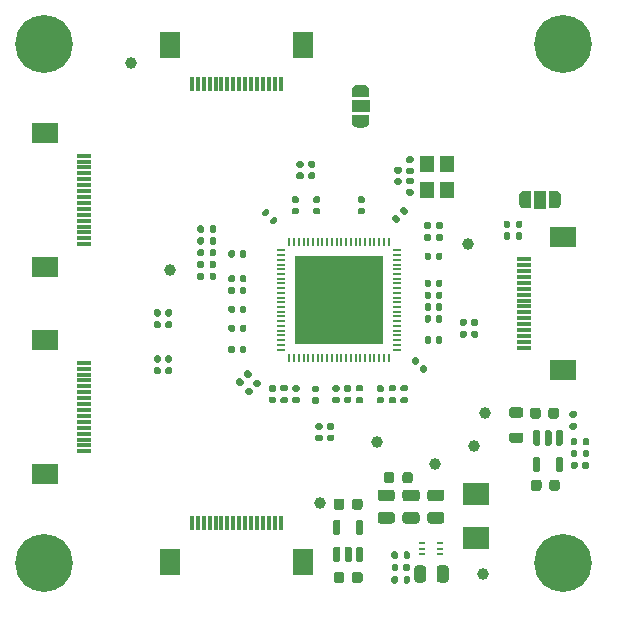
<source format=gbr>
G04 #@! TF.GenerationSoftware,KiCad,Pcbnew,8.0.4*
G04 #@! TF.CreationDate,2024-11-09T11:53:38-08:00*
G04 #@! TF.ProjectId,ASM2806_Breakout,41534d32-3830-4365-9f42-7265616b6f75,rev?*
G04 #@! TF.SameCoordinates,Original*
G04 #@! TF.FileFunction,Soldermask,Top*
G04 #@! TF.FilePolarity,Negative*
%FSLAX46Y46*%
G04 Gerber Fmt 4.6, Leading zero omitted, Abs format (unit mm)*
G04 Created by KiCad (PCBNEW 8.0.4) date 2024-11-09 11:53:38*
%MOMM*%
%LPD*%
G01*
G04 APERTURE LIST*
%ADD10R,1.500000X1.000000*%
%ADD11C,1.000000*%
%ADD12R,1.300000X0.300000*%
%ADD13R,2.200000X1.800000*%
%ADD14C,4.900000*%
%ADD15O,0.800000X0.200000*%
%ADD16O,0.200000X0.800000*%
%ADD17R,7.500000X7.500000*%
%ADD18R,1.000000X1.500000*%
%ADD19R,0.609600X0.279400*%
%ADD20R,1.200000X1.400000*%
%ADD21R,0.300000X1.300000*%
%ADD22R,1.800000X2.200000*%
%ADD23R,2.286000X1.854500*%
G04 APERTURE END LIST*
G04 #@! TO.C,JP2*
G36*
X153750000Y-106550000D02*
G01*
X153750000Y-107100000D01*
X153744911Y-107100000D01*
X153744911Y-107171157D01*
X153704816Y-107307708D01*
X153627875Y-107427430D01*
X153520320Y-107520627D01*
X153390866Y-107579746D01*
X153250000Y-107600000D01*
X152750000Y-107600000D01*
X152609134Y-107579746D01*
X152479680Y-107520627D01*
X152372125Y-107427430D01*
X152295184Y-107307708D01*
X152255089Y-107171157D01*
X152255089Y-107100000D01*
X152250000Y-107100000D01*
X152250000Y-106550000D01*
X153750000Y-106550000D01*
G37*
D10*
X153000000Y-105800000D03*
G36*
X152255089Y-104500000D02*
G01*
X152255089Y-104428843D01*
X152295184Y-104292292D01*
X152372125Y-104172570D01*
X152479680Y-104079373D01*
X152609134Y-104020254D01*
X152750000Y-104000000D01*
X153250000Y-104000000D01*
X153390866Y-104020254D01*
X153520320Y-104079373D01*
X153627875Y-104172570D01*
X153704816Y-104292292D01*
X153744911Y-104428843D01*
X153744911Y-104500000D01*
X153750000Y-104500000D01*
X153750000Y-105050000D01*
X152250000Y-105050000D01*
X152250000Y-104500000D01*
X152255089Y-104500000D01*
G37*
G04 #@! TD*
G04 #@! TO.C,R7*
G36*
G01*
X140757500Y-119015000D02*
X140757500Y-119385000D01*
G75*
G02*
X140622500Y-119520000I-135000J0D01*
G01*
X140352500Y-119520000D01*
G75*
G02*
X140217500Y-119385000I0J135000D01*
G01*
X140217500Y-119015000D01*
G75*
G02*
X140352500Y-118880000I135000J0D01*
G01*
X140622500Y-118880000D01*
G75*
G02*
X140757500Y-119015000I0J-135000D01*
G01*
G37*
G36*
G01*
X139737500Y-119015000D02*
X139737500Y-119385000D01*
G75*
G02*
X139602500Y-119520000I-135000J0D01*
G01*
X139332500Y-119520000D01*
G75*
G02*
X139197500Y-119385000I0J135000D01*
G01*
X139197500Y-119015000D01*
G75*
G02*
X139332500Y-118880000I135000J0D01*
G01*
X139602500Y-118880000D01*
G75*
G02*
X139737500Y-119015000I0J-135000D01*
G01*
G37*
G04 #@! TD*
D11*
G04 #@! TO.C,TP_3V1*
X159300000Y-136100000D03*
G04 #@! TD*
G04 #@! TO.C,TP8*
X154400000Y-134200000D03*
G04 #@! TD*
G04 #@! TO.C,C25*
G36*
G01*
X151087500Y-130940000D02*
X150747500Y-130940000D01*
G75*
G02*
X150607500Y-130800000I0J140000D01*
G01*
X150607500Y-130520000D01*
G75*
G02*
X150747500Y-130380000I140000J0D01*
G01*
X151087500Y-130380000D01*
G75*
G02*
X151227500Y-130520000I0J-140000D01*
G01*
X151227500Y-130800000D01*
G75*
G02*
X151087500Y-130940000I-140000J0D01*
G01*
G37*
G36*
G01*
X151087500Y-129980000D02*
X150747500Y-129980000D01*
G75*
G02*
X150607500Y-129840000I0J140000D01*
G01*
X150607500Y-129560000D01*
G75*
G02*
X150747500Y-129420000I140000J0D01*
G01*
X151087500Y-129420000D01*
G75*
G02*
X151227500Y-129560000I0J-140000D01*
G01*
X151227500Y-129840000D01*
G75*
G02*
X151087500Y-129980000I-140000J0D01*
G01*
G37*
G04 #@! TD*
D12*
G04 #@! TO.C,J2*
X129577500Y-127516666D03*
X129577500Y-128016666D03*
X129577500Y-128516666D03*
X129577500Y-129016666D03*
X129577500Y-129516666D03*
X129577500Y-130016666D03*
X129577500Y-130516666D03*
X129577500Y-131016666D03*
X129577500Y-131516666D03*
X129577500Y-132016666D03*
X129577500Y-132516666D03*
X129577500Y-133016666D03*
X129577500Y-133516666D03*
X129577500Y-134016666D03*
X129577500Y-134516666D03*
X129577500Y-135016666D03*
D13*
X126327500Y-125616666D03*
X126327500Y-136916666D03*
G04 #@! TD*
D14*
G04 #@! TO.C,H2*
X170177500Y-100500000D03*
G04 #@! TD*
G04 #@! TO.C,C16*
G36*
G01*
X149047500Y-111960000D02*
X148707500Y-111960000D01*
G75*
G02*
X148567500Y-111820000I0J140000D01*
G01*
X148567500Y-111540000D01*
G75*
G02*
X148707500Y-111400000I140000J0D01*
G01*
X149047500Y-111400000D01*
G75*
G02*
X149187500Y-111540000I0J-140000D01*
G01*
X149187500Y-111820000D01*
G75*
G02*
X149047500Y-111960000I-140000J0D01*
G01*
G37*
G36*
G01*
X149047500Y-111000000D02*
X148707500Y-111000000D01*
G75*
G02*
X148567500Y-110860000I0J140000D01*
G01*
X148567500Y-110580000D01*
G75*
G02*
X148707500Y-110440000I140000J0D01*
G01*
X149047500Y-110440000D01*
G75*
G02*
X149187500Y-110580000I0J-140000D01*
G01*
X149187500Y-110860000D01*
G75*
G02*
X149047500Y-111000000I-140000J0D01*
G01*
G37*
G04 #@! TD*
G04 #@! TO.C,C27*
G36*
G01*
X143482807Y-130257609D02*
X143242391Y-130017193D01*
G75*
G02*
X143242391Y-129819203I98995J98995D01*
G01*
X143440381Y-129621213D01*
G75*
G02*
X143638371Y-129621213I98995J-98995D01*
G01*
X143878787Y-129861629D01*
G75*
G02*
X143878787Y-130059619I-98995J-98995D01*
G01*
X143680797Y-130257609D01*
G75*
G02*
X143482807Y-130257609I-98995J98995D01*
G01*
G37*
G36*
G01*
X144161629Y-129578787D02*
X143921213Y-129338371D01*
G75*
G02*
X143921213Y-129140381I98995J98995D01*
G01*
X144119203Y-128942391D01*
G75*
G02*
X144317193Y-128942391I98995J-98995D01*
G01*
X144557609Y-129182807D01*
G75*
G02*
X144557609Y-129380797I-98995J-98995D01*
G01*
X144359619Y-129578787D01*
G75*
G02*
X144161629Y-129578787I-98995J98995D01*
G01*
G37*
G04 #@! TD*
G04 #@! TO.C,C18*
G36*
G01*
X149307500Y-132640000D02*
X149647500Y-132640000D01*
G75*
G02*
X149787500Y-132780000I0J-140000D01*
G01*
X149787500Y-133060000D01*
G75*
G02*
X149647500Y-133200000I-140000J0D01*
G01*
X149307500Y-133200000D01*
G75*
G02*
X149167500Y-133060000I0J140000D01*
G01*
X149167500Y-132780000D01*
G75*
G02*
X149307500Y-132640000I140000J0D01*
G01*
G37*
G36*
G01*
X149307500Y-133600000D02*
X149647500Y-133600000D01*
G75*
G02*
X149787500Y-133740000I0J-140000D01*
G01*
X149787500Y-134020000D01*
G75*
G02*
X149647500Y-134160000I-140000J0D01*
G01*
X149307500Y-134160000D01*
G75*
G02*
X149167500Y-134020000I0J140000D01*
G01*
X149167500Y-133740000D01*
G75*
G02*
X149307500Y-133600000I140000J0D01*
G01*
G37*
G04 #@! TD*
G04 #@! TO.C,R18*
G36*
G01*
X165130000Y-115985000D02*
X165130000Y-115615000D01*
G75*
G02*
X165265000Y-115480000I135000J0D01*
G01*
X165535000Y-115480000D01*
G75*
G02*
X165670000Y-115615000I0J-135000D01*
G01*
X165670000Y-115985000D01*
G75*
G02*
X165535000Y-116120000I-135000J0D01*
G01*
X165265000Y-116120000D01*
G75*
G02*
X165130000Y-115985000I0J135000D01*
G01*
G37*
G36*
G01*
X166150000Y-115985000D02*
X166150000Y-115615000D01*
G75*
G02*
X166285000Y-115480000I135000J0D01*
G01*
X166555000Y-115480000D01*
G75*
G02*
X166690000Y-115615000I0J-135000D01*
G01*
X166690000Y-115985000D01*
G75*
G02*
X166555000Y-116120000I-135000J0D01*
G01*
X166285000Y-116120000D01*
G75*
G02*
X166150000Y-115985000I0J135000D01*
G01*
G37*
G04 #@! TD*
G04 #@! TO.C,C31*
G36*
G01*
X159937500Y-121630000D02*
X159937500Y-121970000D01*
G75*
G02*
X159797500Y-122110000I-140000J0D01*
G01*
X159517500Y-122110000D01*
G75*
G02*
X159377500Y-121970000I0J140000D01*
G01*
X159377500Y-121630000D01*
G75*
G02*
X159517500Y-121490000I140000J0D01*
G01*
X159797500Y-121490000D01*
G75*
G02*
X159937500Y-121630000I0J-140000D01*
G01*
G37*
G36*
G01*
X158977500Y-121630000D02*
X158977500Y-121970000D01*
G75*
G02*
X158837500Y-122110000I-140000J0D01*
G01*
X158557500Y-122110000D01*
G75*
G02*
X158417500Y-121970000I0J140000D01*
G01*
X158417500Y-121630000D01*
G75*
G02*
X158557500Y-121490000I140000J0D01*
G01*
X158837500Y-121490000D01*
G75*
G02*
X158977500Y-121630000I0J-140000D01*
G01*
G37*
G04 #@! TD*
G04 #@! TO.C,R3*
G36*
G01*
X155515000Y-129400000D02*
X155885000Y-129400000D01*
G75*
G02*
X156020000Y-129535000I0J-135000D01*
G01*
X156020000Y-129805000D01*
G75*
G02*
X155885000Y-129940000I-135000J0D01*
G01*
X155515000Y-129940000D01*
G75*
G02*
X155380000Y-129805000I0J135000D01*
G01*
X155380000Y-129535000D01*
G75*
G02*
X155515000Y-129400000I135000J0D01*
G01*
G37*
G36*
G01*
X155515000Y-130420000D02*
X155885000Y-130420000D01*
G75*
G02*
X156020000Y-130555000I0J-135000D01*
G01*
X156020000Y-130825000D01*
G75*
G02*
X155885000Y-130960000I-135000J0D01*
G01*
X155515000Y-130960000D01*
G75*
G02*
X155380000Y-130825000I0J135000D01*
G01*
X155380000Y-130555000D01*
G75*
G02*
X155515000Y-130420000I135000J0D01*
G01*
G37*
G04 #@! TD*
D11*
G04 #@! TO.C,TP6*
X133577500Y-102100000D03*
G04 #@! TD*
G04 #@! TO.C,C28*
G36*
G01*
X152087500Y-130940000D02*
X151747500Y-130940000D01*
G75*
G02*
X151607500Y-130800000I0J140000D01*
G01*
X151607500Y-130520000D01*
G75*
G02*
X151747500Y-130380000I140000J0D01*
G01*
X152087500Y-130380000D01*
G75*
G02*
X152227500Y-130520000I0J-140000D01*
G01*
X152227500Y-130800000D01*
G75*
G02*
X152087500Y-130940000I-140000J0D01*
G01*
G37*
G36*
G01*
X152087500Y-129980000D02*
X151747500Y-129980000D01*
G75*
G02*
X151607500Y-129840000I0J140000D01*
G01*
X151607500Y-129560000D01*
G75*
G02*
X151747500Y-129420000I140000J0D01*
G01*
X152087500Y-129420000D01*
G75*
G02*
X152227500Y-129560000I0J-140000D01*
G01*
X152227500Y-129840000D01*
G75*
G02*
X152087500Y-129980000I-140000J0D01*
G01*
G37*
G04 #@! TD*
G04 #@! TO.C,TP5*
X162100000Y-117500000D03*
G04 #@! TD*
G04 #@! TO.C,C22*
G36*
G01*
X157752500Y-141150000D02*
X156802500Y-141150000D01*
G75*
G02*
X156552500Y-140900000I0J250000D01*
G01*
X156552500Y-140400000D01*
G75*
G02*
X156802500Y-140150000I250000J0D01*
G01*
X157752500Y-140150000D01*
G75*
G02*
X158002500Y-140400000I0J-250000D01*
G01*
X158002500Y-140900000D01*
G75*
G02*
X157752500Y-141150000I-250000J0D01*
G01*
G37*
G36*
G01*
X157752500Y-139250000D02*
X156802500Y-139250000D01*
G75*
G02*
X156552500Y-139000000I0J250000D01*
G01*
X156552500Y-138500000D01*
G75*
G02*
X156802500Y-138250000I250000J0D01*
G01*
X157752500Y-138250000D01*
G75*
G02*
X158002500Y-138500000I0J-250000D01*
G01*
X158002500Y-139000000D01*
G75*
G02*
X157752500Y-139250000I-250000J0D01*
G01*
G37*
G04 #@! TD*
D15*
G04 #@! TO.C,U4*
X146277500Y-118000000D03*
X146277500Y-118400000D03*
X146277500Y-118800000D03*
X146277500Y-119200000D03*
X146277500Y-119600000D03*
X146277500Y-120000000D03*
X146277500Y-120400000D03*
X146277500Y-120800000D03*
X146277500Y-121200000D03*
X146277500Y-121600000D03*
X146277500Y-122000000D03*
X146277500Y-122400000D03*
X146277500Y-122800000D03*
X146277500Y-123200000D03*
X146277500Y-123600000D03*
X146277500Y-124000000D03*
X146277500Y-124400000D03*
X146277500Y-124800000D03*
X146277500Y-125200000D03*
X146277500Y-125600000D03*
X146277500Y-126000000D03*
X146277500Y-126400000D03*
D16*
X146977500Y-127100000D03*
X147377500Y-127100000D03*
X147777500Y-127100000D03*
X148177500Y-127100000D03*
X148577500Y-127100000D03*
X148977500Y-127100000D03*
X149377500Y-127100000D03*
X149777500Y-127100000D03*
X150177500Y-127100000D03*
X150577500Y-127100000D03*
X150977500Y-127100000D03*
X151377500Y-127100000D03*
X151777500Y-127100000D03*
X152177500Y-127100000D03*
X152577500Y-127100000D03*
X152977500Y-127100000D03*
X153377500Y-127100000D03*
X153777500Y-127100000D03*
X154177500Y-127100000D03*
X154577500Y-127100000D03*
X154977500Y-127100000D03*
X155377500Y-127100000D03*
D15*
X156077500Y-126400000D03*
X156077500Y-126000000D03*
X156077500Y-125600000D03*
X156077500Y-125200000D03*
X156077500Y-124800000D03*
X156077500Y-124400000D03*
X156077500Y-124000000D03*
X156077500Y-123600000D03*
X156077500Y-123200000D03*
X156077500Y-122800000D03*
X156077500Y-122400000D03*
X156077500Y-122000000D03*
X156077500Y-121600000D03*
X156077500Y-121200000D03*
X156077500Y-120800000D03*
X156077500Y-120400000D03*
X156077500Y-120000000D03*
X156077500Y-119600000D03*
X156077500Y-119200000D03*
X156077500Y-118800000D03*
X156077500Y-118400000D03*
X156077500Y-118000000D03*
D16*
X155377500Y-117300000D03*
X154977500Y-117300000D03*
X154577500Y-117300000D03*
X154177500Y-117300000D03*
X153777500Y-117300000D03*
X153377500Y-117300000D03*
X152977500Y-117300000D03*
X152577500Y-117300000D03*
X152177500Y-117300000D03*
X151777500Y-117300000D03*
X151377500Y-117300000D03*
X150977500Y-117300000D03*
X150577500Y-117300000D03*
X150177500Y-117300000D03*
X149777500Y-117300000D03*
X149377500Y-117300000D03*
X148977500Y-117300000D03*
X148577500Y-117300000D03*
X148177500Y-117300000D03*
X147777500Y-117300000D03*
X147377500Y-117300000D03*
X146977500Y-117300000D03*
D17*
X151177500Y-122200000D03*
G04 #@! TD*
G04 #@! TO.C,C33*
G36*
G01*
X152907500Y-113440000D02*
X153247500Y-113440000D01*
G75*
G02*
X153387500Y-113580000I0J-140000D01*
G01*
X153387500Y-113860000D01*
G75*
G02*
X153247500Y-114000000I-140000J0D01*
G01*
X152907500Y-114000000D01*
G75*
G02*
X152767500Y-113860000I0J140000D01*
G01*
X152767500Y-113580000D01*
G75*
G02*
X152907500Y-113440000I140000J0D01*
G01*
G37*
G36*
G01*
X152907500Y-114400000D02*
X153247500Y-114400000D01*
G75*
G02*
X153387500Y-114540000I0J-140000D01*
G01*
X153387500Y-114820000D01*
G75*
G02*
X153247500Y-114960000I-140000J0D01*
G01*
X152907500Y-114960000D01*
G75*
G02*
X152767500Y-114820000I0J140000D01*
G01*
X152767500Y-114540000D01*
G75*
G02*
X152907500Y-114400000I140000J0D01*
G01*
G37*
G04 #@! TD*
G04 #@! TO.C,JP1*
G36*
X168950000Y-112950000D02*
G01*
X169500000Y-112950000D01*
X169500000Y-112955089D01*
X169571157Y-112955089D01*
X169707708Y-112995184D01*
X169827430Y-113072125D01*
X169920627Y-113179680D01*
X169979746Y-113309134D01*
X170000000Y-113450000D01*
X170000000Y-113950000D01*
X169979746Y-114090866D01*
X169920627Y-114220320D01*
X169827430Y-114327875D01*
X169707708Y-114404816D01*
X169571157Y-114444911D01*
X169500000Y-114444911D01*
X169500000Y-114450000D01*
X168950000Y-114450000D01*
X168950000Y-112950000D01*
G37*
D18*
X168200000Y-113700000D03*
G36*
X166900000Y-114444911D02*
G01*
X166828843Y-114444911D01*
X166692292Y-114404816D01*
X166572570Y-114327875D01*
X166479373Y-114220320D01*
X166420254Y-114090866D01*
X166400000Y-113950000D01*
X166400000Y-113450000D01*
X166420254Y-113309134D01*
X166479373Y-113179680D01*
X166572570Y-113072125D01*
X166692292Y-112995184D01*
X166828843Y-112955089D01*
X166900000Y-112955089D01*
X166900000Y-112950000D01*
X167450000Y-112950000D01*
X167450000Y-114450000D01*
X166900000Y-114450000D01*
X166900000Y-114444911D01*
G37*
G04 #@! TD*
D19*
G04 #@! TO.C,U1*
X159726800Y-143750126D03*
X159726800Y-143250000D03*
X159726800Y-142749874D03*
X158228200Y-142749874D03*
X158228200Y-143250000D03*
X158228200Y-143750126D03*
G04 #@! TD*
G04 #@! TO.C,C17*
G36*
G01*
X148047500Y-111960000D02*
X147707500Y-111960000D01*
G75*
G02*
X147567500Y-111820000I0J140000D01*
G01*
X147567500Y-111540000D01*
G75*
G02*
X147707500Y-111400000I140000J0D01*
G01*
X148047500Y-111400000D01*
G75*
G02*
X148187500Y-111540000I0J-140000D01*
G01*
X148187500Y-111820000D01*
G75*
G02*
X148047500Y-111960000I-140000J0D01*
G01*
G37*
G36*
G01*
X148047500Y-111000000D02*
X147707500Y-111000000D01*
G75*
G02*
X147567500Y-110860000I0J140000D01*
G01*
X147567500Y-110580000D01*
G75*
G02*
X147707500Y-110440000I140000J0D01*
G01*
X148047500Y-110440000D01*
G75*
G02*
X148187500Y-110580000I0J-140000D01*
G01*
X148187500Y-110860000D01*
G75*
G02*
X148047500Y-111000000I-140000J0D01*
G01*
G37*
G04 #@! TD*
G04 #@! TO.C,C42*
G36*
G01*
X159937500Y-125430000D02*
X159937500Y-125770000D01*
G75*
G02*
X159797500Y-125910000I-140000J0D01*
G01*
X159517500Y-125910000D01*
G75*
G02*
X159377500Y-125770000I0J140000D01*
G01*
X159377500Y-125430000D01*
G75*
G02*
X159517500Y-125290000I140000J0D01*
G01*
X159797500Y-125290000D01*
G75*
G02*
X159937500Y-125430000I0J-140000D01*
G01*
G37*
G36*
G01*
X158977500Y-125430000D02*
X158977500Y-125770000D01*
G75*
G02*
X158837500Y-125910000I-140000J0D01*
G01*
X158557500Y-125910000D01*
G75*
G02*
X158417500Y-125770000I0J140000D01*
G01*
X158417500Y-125430000D01*
G75*
G02*
X158557500Y-125290000I140000J0D01*
G01*
X158837500Y-125290000D01*
G75*
G02*
X158977500Y-125430000I0J-140000D01*
G01*
G37*
G04 #@! TD*
G04 #@! TO.C,R11*
G36*
G01*
X146722500Y-130960000D02*
X146352500Y-130960000D01*
G75*
G02*
X146217500Y-130825000I0J135000D01*
G01*
X146217500Y-130555000D01*
G75*
G02*
X146352500Y-130420000I135000J0D01*
G01*
X146722500Y-130420000D01*
G75*
G02*
X146857500Y-130555000I0J-135000D01*
G01*
X146857500Y-130825000D01*
G75*
G02*
X146722500Y-130960000I-135000J0D01*
G01*
G37*
G36*
G01*
X146722500Y-129940000D02*
X146352500Y-129940000D01*
G75*
G02*
X146217500Y-129805000I0J135000D01*
G01*
X146217500Y-129535000D01*
G75*
G02*
X146352500Y-129400000I135000J0D01*
G01*
X146722500Y-129400000D01*
G75*
G02*
X146857500Y-129535000I0J-135000D01*
G01*
X146857500Y-129805000D01*
G75*
G02*
X146722500Y-129940000I-135000J0D01*
G01*
G37*
G04 #@! TD*
G04 #@! TO.C,R10*
G36*
G01*
X159957500Y-115715000D02*
X159957500Y-116085000D01*
G75*
G02*
X159822500Y-116220000I-135000J0D01*
G01*
X159552500Y-116220000D01*
G75*
G02*
X159417500Y-116085000I0J135000D01*
G01*
X159417500Y-115715000D01*
G75*
G02*
X159552500Y-115580000I135000J0D01*
G01*
X159822500Y-115580000D01*
G75*
G02*
X159957500Y-115715000I0J-135000D01*
G01*
G37*
G36*
G01*
X158937500Y-115715000D02*
X158937500Y-116085000D01*
G75*
G02*
X158802500Y-116220000I-135000J0D01*
G01*
X158532500Y-116220000D01*
G75*
G02*
X158397500Y-116085000I0J135000D01*
G01*
X158397500Y-115715000D01*
G75*
G02*
X158532500Y-115580000I135000J0D01*
G01*
X158802500Y-115580000D01*
G75*
G02*
X158937500Y-115715000I0J-135000D01*
G01*
G37*
G04 #@! TD*
G04 #@! TO.C,FB1*
G36*
G01*
X157425000Y-136993750D02*
X157425000Y-137506250D01*
G75*
G02*
X157206250Y-137725000I-218750J0D01*
G01*
X156768750Y-137725000D01*
G75*
G02*
X156550000Y-137506250I0J218750D01*
G01*
X156550000Y-136993750D01*
G75*
G02*
X156768750Y-136775000I218750J0D01*
G01*
X157206250Y-136775000D01*
G75*
G02*
X157425000Y-136993750I0J-218750D01*
G01*
G37*
G36*
G01*
X155850000Y-136993750D02*
X155850000Y-137506250D01*
G75*
G02*
X155631250Y-137725000I-218750J0D01*
G01*
X155193750Y-137725000D01*
G75*
G02*
X154975000Y-137506250I0J218750D01*
G01*
X154975000Y-136993750D01*
G75*
G02*
X155193750Y-136775000I218750J0D01*
G01*
X155631250Y-136775000D01*
G75*
G02*
X155850000Y-136993750I0J-218750D01*
G01*
G37*
G04 #@! TD*
G04 #@! TO.C,C46*
G36*
G01*
X141817500Y-123170000D02*
X141817500Y-122830000D01*
G75*
G02*
X141957500Y-122690000I140000J0D01*
G01*
X142237500Y-122690000D01*
G75*
G02*
X142377500Y-122830000I0J-140000D01*
G01*
X142377500Y-123170000D01*
G75*
G02*
X142237500Y-123310000I-140000J0D01*
G01*
X141957500Y-123310000D01*
G75*
G02*
X141817500Y-123170000I0J140000D01*
G01*
G37*
G36*
G01*
X142777500Y-123170000D02*
X142777500Y-122830000D01*
G75*
G02*
X142917500Y-122690000I140000J0D01*
G01*
X143197500Y-122690000D01*
G75*
G02*
X143337500Y-122830000I0J-140000D01*
G01*
X143337500Y-123170000D01*
G75*
G02*
X143197500Y-123310000I-140000J0D01*
G01*
X142917500Y-123310000D01*
G75*
G02*
X142777500Y-123170000I0J140000D01*
G01*
G37*
G04 #@! TD*
D11*
G04 #@! TO.C,TP7*
X163400000Y-145400000D03*
G04 #@! TD*
G04 #@! TO.C,C5*
G36*
G01*
X170817500Y-136370000D02*
X170817500Y-136030000D01*
G75*
G02*
X170957500Y-135890000I140000J0D01*
G01*
X171237500Y-135890000D01*
G75*
G02*
X171377500Y-136030000I0J-140000D01*
G01*
X171377500Y-136370000D01*
G75*
G02*
X171237500Y-136510000I-140000J0D01*
G01*
X170957500Y-136510000D01*
G75*
G02*
X170817500Y-136370000I0J140000D01*
G01*
G37*
G36*
G01*
X171777500Y-136370000D02*
X171777500Y-136030000D01*
G75*
G02*
X171917500Y-135890000I140000J0D01*
G01*
X172197500Y-135890000D01*
G75*
G02*
X172337500Y-136030000I0J-140000D01*
G01*
X172337500Y-136370000D01*
G75*
G02*
X172197500Y-136510000I-140000J0D01*
G01*
X171917500Y-136510000D01*
G75*
G02*
X171777500Y-136370000I0J140000D01*
G01*
G37*
G04 #@! TD*
G04 #@! TO.C,C4*
G36*
G01*
X160450000Y-144925000D02*
X160450000Y-145875000D01*
G75*
G02*
X160200000Y-146125000I-250000J0D01*
G01*
X159700000Y-146125000D01*
G75*
G02*
X159450000Y-145875000I0J250000D01*
G01*
X159450000Y-144925000D01*
G75*
G02*
X159700000Y-144675000I250000J0D01*
G01*
X160200000Y-144675000D01*
G75*
G02*
X160450000Y-144925000I0J-250000D01*
G01*
G37*
G36*
G01*
X158550000Y-144925000D02*
X158550000Y-145875000D01*
G75*
G02*
X158300000Y-146125000I-250000J0D01*
G01*
X157800000Y-146125000D01*
G75*
G02*
X157550000Y-145875000I0J250000D01*
G01*
X157550000Y-144925000D01*
G75*
G02*
X157800000Y-144675000I250000J0D01*
G01*
X158300000Y-144675000D01*
G75*
G02*
X158550000Y-144925000I0J-250000D01*
G01*
G37*
G04 #@! TD*
G04 #@! TO.C,C3*
G36*
G01*
X157347500Y-111560000D02*
X157007500Y-111560000D01*
G75*
G02*
X156867500Y-111420000I0J140000D01*
G01*
X156867500Y-111140000D01*
G75*
G02*
X157007500Y-111000000I140000J0D01*
G01*
X157347500Y-111000000D01*
G75*
G02*
X157487500Y-111140000I0J-140000D01*
G01*
X157487500Y-111420000D01*
G75*
G02*
X157347500Y-111560000I-140000J0D01*
G01*
G37*
G36*
G01*
X157347500Y-110600000D02*
X157007500Y-110600000D01*
G75*
G02*
X156867500Y-110460000I0J140000D01*
G01*
X156867500Y-110180000D01*
G75*
G02*
X157007500Y-110040000I140000J0D01*
G01*
X157347500Y-110040000D01*
G75*
G02*
X157487500Y-110180000I0J-140000D01*
G01*
X157487500Y-110460000D01*
G75*
G02*
X157347500Y-110600000I-140000J0D01*
G01*
G37*
G04 #@! TD*
G04 #@! TO.C,C39*
G36*
G01*
X141817500Y-124770000D02*
X141817500Y-124430000D01*
G75*
G02*
X141957500Y-124290000I140000J0D01*
G01*
X142237500Y-124290000D01*
G75*
G02*
X142377500Y-124430000I0J-140000D01*
G01*
X142377500Y-124770000D01*
G75*
G02*
X142237500Y-124910000I-140000J0D01*
G01*
X141957500Y-124910000D01*
G75*
G02*
X141817500Y-124770000I0J140000D01*
G01*
G37*
G36*
G01*
X142777500Y-124770000D02*
X142777500Y-124430000D01*
G75*
G02*
X142917500Y-124290000I140000J0D01*
G01*
X143197500Y-124290000D01*
G75*
G02*
X143337500Y-124430000I0J-140000D01*
G01*
X143337500Y-124770000D01*
G75*
G02*
X143197500Y-124910000I-140000J0D01*
G01*
X142917500Y-124910000D01*
G75*
G02*
X142777500Y-124770000I0J140000D01*
G01*
G37*
G04 #@! TD*
G04 #@! TO.C,R16*
G36*
G01*
X170797500Y-134385000D02*
X170797500Y-134015000D01*
G75*
G02*
X170932500Y-133880000I135000J0D01*
G01*
X171202500Y-133880000D01*
G75*
G02*
X171337500Y-134015000I0J-135000D01*
G01*
X171337500Y-134385000D01*
G75*
G02*
X171202500Y-134520000I-135000J0D01*
G01*
X170932500Y-134520000D01*
G75*
G02*
X170797500Y-134385000I0J135000D01*
G01*
G37*
G36*
G01*
X171817500Y-134385000D02*
X171817500Y-134015000D01*
G75*
G02*
X171952500Y-133880000I135000J0D01*
G01*
X172222500Y-133880000D01*
G75*
G02*
X172357500Y-134015000I0J-135000D01*
G01*
X172357500Y-134385000D01*
G75*
G02*
X172222500Y-134520000I-135000J0D01*
G01*
X171952500Y-134520000D01*
G75*
G02*
X171817500Y-134385000I0J135000D01*
G01*
G37*
G04 #@! TD*
G04 #@! TO.C,TP3*
X149600000Y-139400000D03*
G04 #@! TD*
G04 #@! TO.C,C29*
G36*
G01*
X159937500Y-118330000D02*
X159937500Y-118670000D01*
G75*
G02*
X159797500Y-118810000I-140000J0D01*
G01*
X159517500Y-118810000D01*
G75*
G02*
X159377500Y-118670000I0J140000D01*
G01*
X159377500Y-118330000D01*
G75*
G02*
X159517500Y-118190000I140000J0D01*
G01*
X159797500Y-118190000D01*
G75*
G02*
X159937500Y-118330000I0J-140000D01*
G01*
G37*
G36*
G01*
X158977500Y-118330000D02*
X158977500Y-118670000D01*
G75*
G02*
X158837500Y-118810000I-140000J0D01*
G01*
X158557500Y-118810000D01*
G75*
G02*
X158417500Y-118670000I0J140000D01*
G01*
X158417500Y-118330000D01*
G75*
G02*
X158557500Y-118190000I140000J0D01*
G01*
X158837500Y-118190000D01*
G75*
G02*
X158977500Y-118330000I0J-140000D01*
G01*
G37*
G04 #@! TD*
D20*
G04 #@! TO.C,Y1*
X160327500Y-112850000D03*
X160327500Y-110650000D03*
X158627500Y-110650000D03*
X158627500Y-112850000D03*
G04 #@! TD*
G04 #@! TO.C,C30*
G36*
G01*
X159937500Y-120630000D02*
X159937500Y-120970000D01*
G75*
G02*
X159797500Y-121110000I-140000J0D01*
G01*
X159517500Y-121110000D01*
G75*
G02*
X159377500Y-120970000I0J140000D01*
G01*
X159377500Y-120630000D01*
G75*
G02*
X159517500Y-120490000I140000J0D01*
G01*
X159797500Y-120490000D01*
G75*
G02*
X159937500Y-120630000I0J-140000D01*
G01*
G37*
G36*
G01*
X158977500Y-120630000D02*
X158977500Y-120970000D01*
G75*
G02*
X158837500Y-121110000I-140000J0D01*
G01*
X158557500Y-121110000D01*
G75*
G02*
X158417500Y-120970000I0J140000D01*
G01*
X158417500Y-120630000D01*
G75*
G02*
X158557500Y-120490000I140000J0D01*
G01*
X158837500Y-120490000D01*
G75*
G02*
X158977500Y-120630000I0J-140000D01*
G01*
G37*
G04 #@! TD*
G04 #@! TO.C,C14*
G36*
G01*
X137037500Y-123130000D02*
X137037500Y-123470000D01*
G75*
G02*
X136897500Y-123610000I-140000J0D01*
G01*
X136617500Y-123610000D01*
G75*
G02*
X136477500Y-123470000I0J140000D01*
G01*
X136477500Y-123130000D01*
G75*
G02*
X136617500Y-122990000I140000J0D01*
G01*
X136897500Y-122990000D01*
G75*
G02*
X137037500Y-123130000I0J-140000D01*
G01*
G37*
G36*
G01*
X136077500Y-123130000D02*
X136077500Y-123470000D01*
G75*
G02*
X135937500Y-123610000I-140000J0D01*
G01*
X135657500Y-123610000D01*
G75*
G02*
X135517500Y-123470000I0J140000D01*
G01*
X135517500Y-123130000D01*
G75*
G02*
X135657500Y-122990000I140000J0D01*
G01*
X135937500Y-122990000D01*
G75*
G02*
X136077500Y-123130000I0J-140000D01*
G01*
G37*
G04 #@! TD*
G04 #@! TO.C,C36*
G36*
G01*
X149107500Y-113440000D02*
X149447500Y-113440000D01*
G75*
G02*
X149587500Y-113580000I0J-140000D01*
G01*
X149587500Y-113860000D01*
G75*
G02*
X149447500Y-114000000I-140000J0D01*
G01*
X149107500Y-114000000D01*
G75*
G02*
X148967500Y-113860000I0J140000D01*
G01*
X148967500Y-113580000D01*
G75*
G02*
X149107500Y-113440000I140000J0D01*
G01*
G37*
G36*
G01*
X149107500Y-114400000D02*
X149447500Y-114400000D01*
G75*
G02*
X149587500Y-114540000I0J-140000D01*
G01*
X149587500Y-114820000D01*
G75*
G02*
X149447500Y-114960000I-140000J0D01*
G01*
X149107500Y-114960000D01*
G75*
G02*
X148967500Y-114820000I0J140000D01*
G01*
X148967500Y-114540000D01*
G75*
G02*
X149107500Y-114400000I140000J0D01*
G01*
G37*
G04 #@! TD*
D14*
G04 #@! TO.C,H3*
X126177500Y-144500000D03*
G04 #@! TD*
D11*
G04 #@! TO.C,TP4*
X163500000Y-131750000D03*
G04 #@! TD*
G04 #@! TO.C,C19*
G36*
G01*
X150307500Y-132640000D02*
X150647500Y-132640000D01*
G75*
G02*
X150787500Y-132780000I0J-140000D01*
G01*
X150787500Y-133060000D01*
G75*
G02*
X150647500Y-133200000I-140000J0D01*
G01*
X150307500Y-133200000D01*
G75*
G02*
X150167500Y-133060000I0J140000D01*
G01*
X150167500Y-132780000D01*
G75*
G02*
X150307500Y-132640000I140000J0D01*
G01*
G37*
G36*
G01*
X150307500Y-133600000D02*
X150647500Y-133600000D01*
G75*
G02*
X150787500Y-133740000I0J-140000D01*
G01*
X150787500Y-134020000D01*
G75*
G02*
X150647500Y-134160000I-140000J0D01*
G01*
X150307500Y-134160000D01*
G75*
G02*
X150167500Y-134020000I0J140000D01*
G01*
X150167500Y-133740000D01*
G75*
G02*
X150307500Y-133600000I140000J0D01*
G01*
G37*
G04 #@! TD*
G04 #@! TO.C,C47*
G36*
G01*
X141817500Y-126570000D02*
X141817500Y-126230000D01*
G75*
G02*
X141957500Y-126090000I140000J0D01*
G01*
X142237500Y-126090000D01*
G75*
G02*
X142377500Y-126230000I0J-140000D01*
G01*
X142377500Y-126570000D01*
G75*
G02*
X142237500Y-126710000I-140000J0D01*
G01*
X141957500Y-126710000D01*
G75*
G02*
X141817500Y-126570000I0J140000D01*
G01*
G37*
G36*
G01*
X142777500Y-126570000D02*
X142777500Y-126230000D01*
G75*
G02*
X142917500Y-126090000I140000J0D01*
G01*
X143197500Y-126090000D01*
G75*
G02*
X143337500Y-126230000I0J-140000D01*
G01*
X143337500Y-126570000D01*
G75*
G02*
X143197500Y-126710000I-140000J0D01*
G01*
X142917500Y-126710000D01*
G75*
G02*
X142777500Y-126570000I0J140000D01*
G01*
G37*
G04 #@! TD*
G04 #@! TO.C,TP1*
X162577500Y-134600000D03*
G04 #@! TD*
D21*
G04 #@! TO.C,J5*
X138727500Y-141100000D03*
X139227500Y-141100000D03*
X139727500Y-141100000D03*
X140227500Y-141100000D03*
X140727500Y-141100000D03*
X141227500Y-141100000D03*
X141727500Y-141100000D03*
X142227500Y-141100000D03*
X142727500Y-141100000D03*
X143227500Y-141100000D03*
X143727500Y-141100000D03*
X144227500Y-141100000D03*
X144727500Y-141100000D03*
X145227500Y-141100000D03*
X145727500Y-141100000D03*
X146227500Y-141100000D03*
D22*
X136827500Y-144350000D03*
X148127500Y-144350000D03*
G04 #@! TD*
D21*
G04 #@! TO.C,J4*
X146227500Y-103900000D03*
X145727500Y-103900000D03*
X145227500Y-103900000D03*
X144727500Y-103900000D03*
X144227500Y-103900000D03*
X143727500Y-103900000D03*
X143227500Y-103900000D03*
X142727500Y-103900000D03*
X142227500Y-103900000D03*
X141727500Y-103900000D03*
X141227500Y-103900000D03*
X140727500Y-103900000D03*
X140227500Y-103900000D03*
X139727500Y-103900000D03*
X139227500Y-103900000D03*
X138727500Y-103900000D03*
D22*
X148127500Y-100650000D03*
X136827500Y-100650000D03*
G04 #@! TD*
G04 #@! TO.C,C7*
G36*
G01*
X150725000Y-139750000D02*
X150725000Y-139250000D01*
G75*
G02*
X150950000Y-139025000I225000J0D01*
G01*
X151400000Y-139025000D01*
G75*
G02*
X151625000Y-139250000I0J-225000D01*
G01*
X151625000Y-139750000D01*
G75*
G02*
X151400000Y-139975000I-225000J0D01*
G01*
X150950000Y-139975000D01*
G75*
G02*
X150725000Y-139750000I0J225000D01*
G01*
G37*
G36*
G01*
X152275000Y-139750000D02*
X152275000Y-139250000D01*
G75*
G02*
X152500000Y-139025000I225000J0D01*
G01*
X152950000Y-139025000D01*
G75*
G02*
X153175000Y-139250000I0J-225000D01*
G01*
X153175000Y-139750000D01*
G75*
G02*
X152950000Y-139975000I-225000J0D01*
G01*
X152500000Y-139975000D01*
G75*
G02*
X152275000Y-139750000I0J225000D01*
G01*
G37*
G04 #@! TD*
G04 #@! TO.C,R14*
G36*
G01*
X155620000Y-143985000D02*
X155620000Y-143615000D01*
G75*
G02*
X155755000Y-143480000I135000J0D01*
G01*
X156025000Y-143480000D01*
G75*
G02*
X156160000Y-143615000I0J-135000D01*
G01*
X156160000Y-143985000D01*
G75*
G02*
X156025000Y-144120000I-135000J0D01*
G01*
X155755000Y-144120000D01*
G75*
G02*
X155620000Y-143985000I0J135000D01*
G01*
G37*
G36*
G01*
X156640000Y-143985000D02*
X156640000Y-143615000D01*
G75*
G02*
X156775000Y-143480000I135000J0D01*
G01*
X157045000Y-143480000D01*
G75*
G02*
X157180000Y-143615000I0J-135000D01*
G01*
X157180000Y-143985000D01*
G75*
G02*
X157045000Y-144120000I-135000J0D01*
G01*
X156775000Y-144120000D01*
G75*
G02*
X156640000Y-143985000I0J135000D01*
G01*
G37*
G04 #@! TD*
G04 #@! TO.C,C26*
G36*
G01*
X154847500Y-130960000D02*
X154507500Y-130960000D01*
G75*
G02*
X154367500Y-130820000I0J140000D01*
G01*
X154367500Y-130540000D01*
G75*
G02*
X154507500Y-130400000I140000J0D01*
G01*
X154847500Y-130400000D01*
G75*
G02*
X154987500Y-130540000I0J-140000D01*
G01*
X154987500Y-130820000D01*
G75*
G02*
X154847500Y-130960000I-140000J0D01*
G01*
G37*
G36*
G01*
X154847500Y-130000000D02*
X154507500Y-130000000D01*
G75*
G02*
X154367500Y-129860000I0J140000D01*
G01*
X154367500Y-129580000D01*
G75*
G02*
X154507500Y-129440000I140000J0D01*
G01*
X154847500Y-129440000D01*
G75*
G02*
X154987500Y-129580000I0J-140000D01*
G01*
X154987500Y-129860000D01*
G75*
G02*
X154847500Y-130000000I-140000J0D01*
G01*
G37*
G04 #@! TD*
G04 #@! TO.C,C38*
G36*
G01*
X141817500Y-121570000D02*
X141817500Y-121230000D01*
G75*
G02*
X141957500Y-121090000I140000J0D01*
G01*
X142237500Y-121090000D01*
G75*
G02*
X142377500Y-121230000I0J-140000D01*
G01*
X142377500Y-121570000D01*
G75*
G02*
X142237500Y-121710000I-140000J0D01*
G01*
X141957500Y-121710000D01*
G75*
G02*
X141817500Y-121570000I0J140000D01*
G01*
G37*
G36*
G01*
X142777500Y-121570000D02*
X142777500Y-121230000D01*
G75*
G02*
X142917500Y-121090000I140000J0D01*
G01*
X143197500Y-121090000D01*
G75*
G02*
X143337500Y-121230000I0J-140000D01*
G01*
X143337500Y-121570000D01*
G75*
G02*
X143197500Y-121710000I-140000J0D01*
G01*
X142917500Y-121710000D01*
G75*
G02*
X142777500Y-121570000I0J140000D01*
G01*
G37*
G04 #@! TD*
G04 #@! TO.C,R17*
G36*
G01*
X171185000Y-133180000D02*
X170815000Y-133180000D01*
G75*
G02*
X170680000Y-133045000I0J135000D01*
G01*
X170680000Y-132775000D01*
G75*
G02*
X170815000Y-132640000I135000J0D01*
G01*
X171185000Y-132640000D01*
G75*
G02*
X171320000Y-132775000I0J-135000D01*
G01*
X171320000Y-133045000D01*
G75*
G02*
X171185000Y-133180000I-135000J0D01*
G01*
G37*
G36*
G01*
X171185000Y-132160000D02*
X170815000Y-132160000D01*
G75*
G02*
X170680000Y-132025000I0J135000D01*
G01*
X170680000Y-131755000D01*
G75*
G02*
X170815000Y-131620000I135000J0D01*
G01*
X171185000Y-131620000D01*
G75*
G02*
X171320000Y-131755000I0J-135000D01*
G01*
X171320000Y-132025000D01*
G75*
G02*
X171185000Y-132160000I-135000J0D01*
G01*
G37*
G04 #@! TD*
G04 #@! TO.C,R5*
G36*
G01*
X140757500Y-116015000D02*
X140757500Y-116385000D01*
G75*
G02*
X140622500Y-116520000I-135000J0D01*
G01*
X140352500Y-116520000D01*
G75*
G02*
X140217500Y-116385000I0J135000D01*
G01*
X140217500Y-116015000D01*
G75*
G02*
X140352500Y-115880000I135000J0D01*
G01*
X140622500Y-115880000D01*
G75*
G02*
X140757500Y-116015000I0J-135000D01*
G01*
G37*
G36*
G01*
X139737500Y-116015000D02*
X139737500Y-116385000D01*
G75*
G02*
X139602500Y-116520000I-135000J0D01*
G01*
X139332500Y-116520000D01*
G75*
G02*
X139197500Y-116385000I0J135000D01*
G01*
X139197500Y-116015000D01*
G75*
G02*
X139332500Y-115880000I135000J0D01*
G01*
X139602500Y-115880000D01*
G75*
G02*
X139737500Y-116015000I0J-135000D01*
G01*
G37*
G04 #@! TD*
G04 #@! TO.C,C45*
G36*
G01*
X147307500Y-113440000D02*
X147647500Y-113440000D01*
G75*
G02*
X147787500Y-113580000I0J-140000D01*
G01*
X147787500Y-113860000D01*
G75*
G02*
X147647500Y-114000000I-140000J0D01*
G01*
X147307500Y-114000000D01*
G75*
G02*
X147167500Y-113860000I0J140000D01*
G01*
X147167500Y-113580000D01*
G75*
G02*
X147307500Y-113440000I140000J0D01*
G01*
G37*
G36*
G01*
X147307500Y-114400000D02*
X147647500Y-114400000D01*
G75*
G02*
X147787500Y-114540000I0J-140000D01*
G01*
X147787500Y-114820000D01*
G75*
G02*
X147647500Y-114960000I-140000J0D01*
G01*
X147307500Y-114960000D01*
G75*
G02*
X147167500Y-114820000I0J140000D01*
G01*
X147167500Y-114540000D01*
G75*
G02*
X147307500Y-114400000I140000J0D01*
G01*
G37*
G04 #@! TD*
G04 #@! TO.C,C41*
G36*
G01*
X147707500Y-130940000D02*
X147367500Y-130940000D01*
G75*
G02*
X147227500Y-130800000I0J140000D01*
G01*
X147227500Y-130520000D01*
G75*
G02*
X147367500Y-130380000I140000J0D01*
G01*
X147707500Y-130380000D01*
G75*
G02*
X147847500Y-130520000I0J-140000D01*
G01*
X147847500Y-130800000D01*
G75*
G02*
X147707500Y-130940000I-140000J0D01*
G01*
G37*
G36*
G01*
X147707500Y-129980000D02*
X147367500Y-129980000D01*
G75*
G02*
X147227500Y-129840000I0J140000D01*
G01*
X147227500Y-129560000D01*
G75*
G02*
X147367500Y-129420000I140000J0D01*
G01*
X147707500Y-129420000D01*
G75*
G02*
X147847500Y-129560000I0J-140000D01*
G01*
X147847500Y-129840000D01*
G75*
G02*
X147707500Y-129980000I-140000J0D01*
G01*
G37*
G04 #@! TD*
G04 #@! TO.C,C2*
G36*
G01*
X156347500Y-112460000D02*
X156007500Y-112460000D01*
G75*
G02*
X155867500Y-112320000I0J140000D01*
G01*
X155867500Y-112040000D01*
G75*
G02*
X156007500Y-111900000I140000J0D01*
G01*
X156347500Y-111900000D01*
G75*
G02*
X156487500Y-112040000I0J-140000D01*
G01*
X156487500Y-112320000D01*
G75*
G02*
X156347500Y-112460000I-140000J0D01*
G01*
G37*
G36*
G01*
X156347500Y-111500000D02*
X156007500Y-111500000D01*
G75*
G02*
X155867500Y-111360000I0J140000D01*
G01*
X155867500Y-111080000D01*
G75*
G02*
X156007500Y-110940000I140000J0D01*
G01*
X156347500Y-110940000D01*
G75*
G02*
X156487500Y-111080000I0J-140000D01*
G01*
X156487500Y-111360000D01*
G75*
G02*
X156347500Y-111500000I-140000J0D01*
G01*
G37*
G04 #@! TD*
G04 #@! TO.C,C23*
G36*
G01*
X155652500Y-141150000D02*
X154702500Y-141150000D01*
G75*
G02*
X154452500Y-140900000I0J250000D01*
G01*
X154452500Y-140400000D01*
G75*
G02*
X154702500Y-140150000I250000J0D01*
G01*
X155652500Y-140150000D01*
G75*
G02*
X155902500Y-140400000I0J-250000D01*
G01*
X155902500Y-140900000D01*
G75*
G02*
X155652500Y-141150000I-250000J0D01*
G01*
G37*
G36*
G01*
X155652500Y-139250000D02*
X154702500Y-139250000D01*
G75*
G02*
X154452500Y-139000000I0J250000D01*
G01*
X154452500Y-138500000D01*
G75*
G02*
X154702500Y-138250000I250000J0D01*
G01*
X155652500Y-138250000D01*
G75*
G02*
X155902500Y-138500000I0J-250000D01*
G01*
X155902500Y-139000000D01*
G75*
G02*
X155652500Y-139250000I-250000J0D01*
G01*
G37*
G04 #@! TD*
G04 #@! TO.C,C49*
G36*
G01*
X149347500Y-130980000D02*
X149007500Y-130980000D01*
G75*
G02*
X148867500Y-130840000I0J140000D01*
G01*
X148867500Y-130560000D01*
G75*
G02*
X149007500Y-130420000I140000J0D01*
G01*
X149347500Y-130420000D01*
G75*
G02*
X149487500Y-130560000I0J-140000D01*
G01*
X149487500Y-130840000D01*
G75*
G02*
X149347500Y-130980000I-140000J0D01*
G01*
G37*
G36*
G01*
X149347500Y-130020000D02*
X149007500Y-130020000D01*
G75*
G02*
X148867500Y-129880000I0J140000D01*
G01*
X148867500Y-129600000D01*
G75*
G02*
X149007500Y-129460000I140000J0D01*
G01*
X149347500Y-129460000D01*
G75*
G02*
X149487500Y-129600000I0J-140000D01*
G01*
X149487500Y-129880000D01*
G75*
G02*
X149347500Y-130020000I-140000J0D01*
G01*
G37*
G04 #@! TD*
G04 #@! TO.C,C34*
G36*
G01*
X158657609Y-128117193D02*
X158417193Y-128357609D01*
G75*
G02*
X158219203Y-128357609I-98995J98995D01*
G01*
X158021213Y-128159619D01*
G75*
G02*
X158021213Y-127961629I98995J98995D01*
G01*
X158261629Y-127721213D01*
G75*
G02*
X158459619Y-127721213I98995J-98995D01*
G01*
X158657609Y-127919203D01*
G75*
G02*
X158657609Y-128117193I-98995J-98995D01*
G01*
G37*
G36*
G01*
X157978787Y-127438371D02*
X157738371Y-127678787D01*
G75*
G02*
X157540381Y-127678787I-98995J98995D01*
G01*
X157342391Y-127480797D01*
G75*
G02*
X157342391Y-127282807I98995J98995D01*
G01*
X157582807Y-127042391D01*
G75*
G02*
X157780797Y-127042391I98995J-98995D01*
G01*
X157978787Y-127240381D01*
G75*
G02*
X157978787Y-127438371I-98995J-98995D01*
G01*
G37*
G04 #@! TD*
D14*
G04 #@! TO.C,H1*
X126177500Y-100500000D03*
G04 #@! TD*
G04 #@! TO.C,C9*
G36*
G01*
X167427500Y-138150000D02*
X167427500Y-137650000D01*
G75*
G02*
X167652500Y-137425000I225000J0D01*
G01*
X168102500Y-137425000D01*
G75*
G02*
X168327500Y-137650000I0J-225000D01*
G01*
X168327500Y-138150000D01*
G75*
G02*
X168102500Y-138375000I-225000J0D01*
G01*
X167652500Y-138375000D01*
G75*
G02*
X167427500Y-138150000I0J225000D01*
G01*
G37*
G36*
G01*
X168977500Y-138150000D02*
X168977500Y-137650000D01*
G75*
G02*
X169202500Y-137425000I225000J0D01*
G01*
X169652500Y-137425000D01*
G75*
G02*
X169877500Y-137650000I0J-225000D01*
G01*
X169877500Y-138150000D01*
G75*
G02*
X169652500Y-138375000I-225000J0D01*
G01*
X169202500Y-138375000D01*
G75*
G02*
X168977500Y-138150000I0J225000D01*
G01*
G37*
G04 #@! TD*
G04 #@! TO.C,R1*
G36*
G01*
X156515000Y-129400000D02*
X156885000Y-129400000D01*
G75*
G02*
X157020000Y-129535000I0J-135000D01*
G01*
X157020000Y-129805000D01*
G75*
G02*
X156885000Y-129940000I-135000J0D01*
G01*
X156515000Y-129940000D01*
G75*
G02*
X156380000Y-129805000I0J135000D01*
G01*
X156380000Y-129535000D01*
G75*
G02*
X156515000Y-129400000I135000J0D01*
G01*
G37*
G36*
G01*
X156515000Y-130420000D02*
X156885000Y-130420000D01*
G75*
G02*
X157020000Y-130555000I0J-135000D01*
G01*
X157020000Y-130825000D01*
G75*
G02*
X156885000Y-130960000I-135000J0D01*
G01*
X156515000Y-130960000D01*
G75*
G02*
X156380000Y-130825000I0J135000D01*
G01*
X156380000Y-130555000D01*
G75*
G02*
X156515000Y-130420000I135000J0D01*
G01*
G37*
G04 #@! TD*
G04 #@! TO.C,R9*
G36*
G01*
X152732500Y-129400000D02*
X153102500Y-129400000D01*
G75*
G02*
X153237500Y-129535000I0J-135000D01*
G01*
X153237500Y-129805000D01*
G75*
G02*
X153102500Y-129940000I-135000J0D01*
G01*
X152732500Y-129940000D01*
G75*
G02*
X152597500Y-129805000I0J135000D01*
G01*
X152597500Y-129535000D01*
G75*
G02*
X152732500Y-129400000I135000J0D01*
G01*
G37*
G36*
G01*
X152732500Y-130420000D02*
X153102500Y-130420000D01*
G75*
G02*
X153237500Y-130555000I0J-135000D01*
G01*
X153237500Y-130825000D01*
G75*
G02*
X153102500Y-130960000I-135000J0D01*
G01*
X152732500Y-130960000D01*
G75*
G02*
X152597500Y-130825000I0J135000D01*
G01*
X152597500Y-130555000D01*
G75*
G02*
X152732500Y-130420000I135000J0D01*
G01*
G37*
G04 #@! TD*
G04 #@! TO.C,C21*
G36*
G01*
X169802500Y-131550000D02*
X169802500Y-132050000D01*
G75*
G02*
X169577500Y-132275000I-225000J0D01*
G01*
X169127500Y-132275000D01*
G75*
G02*
X168902500Y-132050000I0J225000D01*
G01*
X168902500Y-131550000D01*
G75*
G02*
X169127500Y-131325000I225000J0D01*
G01*
X169577500Y-131325000D01*
G75*
G02*
X169802500Y-131550000I0J-225000D01*
G01*
G37*
G36*
G01*
X168252500Y-131550000D02*
X168252500Y-132050000D01*
G75*
G02*
X168027500Y-132275000I-225000J0D01*
G01*
X167577500Y-132275000D01*
G75*
G02*
X167352500Y-132050000I0J225000D01*
G01*
X167352500Y-131550000D01*
G75*
G02*
X167577500Y-131325000I225000J0D01*
G01*
X168027500Y-131325000D01*
G75*
G02*
X168252500Y-131550000I0J-225000D01*
G01*
G37*
G04 #@! TD*
G04 #@! TO.C,L2*
G36*
G01*
X166558750Y-134300000D02*
X165796250Y-134300000D01*
G75*
G02*
X165577500Y-134081250I0J218750D01*
G01*
X165577500Y-133643750D01*
G75*
G02*
X165796250Y-133425000I218750J0D01*
G01*
X166558750Y-133425000D01*
G75*
G02*
X166777500Y-133643750I0J-218750D01*
G01*
X166777500Y-134081250D01*
G75*
G02*
X166558750Y-134300000I-218750J0D01*
G01*
G37*
G36*
G01*
X166558750Y-132175000D02*
X165796250Y-132175000D01*
G75*
G02*
X165577500Y-131956250I0J218750D01*
G01*
X165577500Y-131518750D01*
G75*
G02*
X165796250Y-131300000I218750J0D01*
G01*
X166558750Y-131300000D01*
G75*
G02*
X166777500Y-131518750I0J-218750D01*
G01*
X166777500Y-131956250D01*
G75*
G02*
X166558750Y-132175000I-218750J0D01*
G01*
G37*
G04 #@! TD*
G04 #@! TO.C,C6*
G36*
G01*
X153175000Y-145450000D02*
X153175000Y-145950000D01*
G75*
G02*
X152950000Y-146175000I-225000J0D01*
G01*
X152500000Y-146175000D01*
G75*
G02*
X152275000Y-145950000I0J225000D01*
G01*
X152275000Y-145450000D01*
G75*
G02*
X152500000Y-145225000I225000J0D01*
G01*
X152950000Y-145225000D01*
G75*
G02*
X153175000Y-145450000I0J-225000D01*
G01*
G37*
G36*
G01*
X151625000Y-145450000D02*
X151625000Y-145950000D01*
G75*
G02*
X151400000Y-146175000I-225000J0D01*
G01*
X150950000Y-146175000D01*
G75*
G02*
X150725000Y-145950000I0J225000D01*
G01*
X150725000Y-145450000D01*
G75*
G02*
X150950000Y-145225000I225000J0D01*
G01*
X151400000Y-145225000D01*
G75*
G02*
X151625000Y-145450000I0J-225000D01*
G01*
G37*
G04 #@! TD*
G04 #@! TO.C,C8*
G36*
G01*
X157160000Y-144670000D02*
X157160000Y-145010000D01*
G75*
G02*
X157020000Y-145150000I-140000J0D01*
G01*
X156740000Y-145150000D01*
G75*
G02*
X156600000Y-145010000I0J140000D01*
G01*
X156600000Y-144670000D01*
G75*
G02*
X156740000Y-144530000I140000J0D01*
G01*
X157020000Y-144530000D01*
G75*
G02*
X157160000Y-144670000I0J-140000D01*
G01*
G37*
G36*
G01*
X156200000Y-144670000D02*
X156200000Y-145010000D01*
G75*
G02*
X156060000Y-145150000I-140000J0D01*
G01*
X155780000Y-145150000D01*
G75*
G02*
X155640000Y-145010000I0J140000D01*
G01*
X155640000Y-144670000D01*
G75*
G02*
X155780000Y-144530000I140000J0D01*
G01*
X156060000Y-144530000D01*
G75*
G02*
X156200000Y-144670000I0J-140000D01*
G01*
G37*
G04 #@! TD*
G04 #@! TO.C,R12*
G36*
G01*
X166690000Y-116615000D02*
X166690000Y-116985000D01*
G75*
G02*
X166555000Y-117120000I-135000J0D01*
G01*
X166285000Y-117120000D01*
G75*
G02*
X166150000Y-116985000I0J135000D01*
G01*
X166150000Y-116615000D01*
G75*
G02*
X166285000Y-116480000I135000J0D01*
G01*
X166555000Y-116480000D01*
G75*
G02*
X166690000Y-116615000I0J-135000D01*
G01*
G37*
G36*
G01*
X165670000Y-116615000D02*
X165670000Y-116985000D01*
G75*
G02*
X165535000Y-117120000I-135000J0D01*
G01*
X165265000Y-117120000D01*
G75*
G02*
X165130000Y-116985000I0J135000D01*
G01*
X165130000Y-116615000D01*
G75*
G02*
X165265000Y-116480000I135000J0D01*
G01*
X165535000Y-116480000D01*
G75*
G02*
X165670000Y-116615000I0J-135000D01*
G01*
G37*
G04 #@! TD*
G04 #@! TO.C,U2*
G36*
G01*
X169677500Y-133200000D02*
X169977500Y-133200000D01*
G75*
G02*
X170127500Y-133350000I0J-150000D01*
G01*
X170127500Y-134375000D01*
G75*
G02*
X169977500Y-134525000I-150000J0D01*
G01*
X169677500Y-134525000D01*
G75*
G02*
X169527500Y-134375000I0J150000D01*
G01*
X169527500Y-133350000D01*
G75*
G02*
X169677500Y-133200000I150000J0D01*
G01*
G37*
G36*
G01*
X168727500Y-133200000D02*
X169027500Y-133200000D01*
G75*
G02*
X169177500Y-133350000I0J-150000D01*
G01*
X169177500Y-134375000D01*
G75*
G02*
X169027500Y-134525000I-150000J0D01*
G01*
X168727500Y-134525000D01*
G75*
G02*
X168577500Y-134375000I0J150000D01*
G01*
X168577500Y-133350000D01*
G75*
G02*
X168727500Y-133200000I150000J0D01*
G01*
G37*
G36*
G01*
X167777500Y-133200000D02*
X168077500Y-133200000D01*
G75*
G02*
X168227500Y-133350000I0J-150000D01*
G01*
X168227500Y-134375000D01*
G75*
G02*
X168077500Y-134525000I-150000J0D01*
G01*
X167777500Y-134525000D01*
G75*
G02*
X167627500Y-134375000I0J150000D01*
G01*
X167627500Y-133350000D01*
G75*
G02*
X167777500Y-133200000I150000J0D01*
G01*
G37*
G36*
G01*
X167777500Y-135475000D02*
X168077500Y-135475000D01*
G75*
G02*
X168227500Y-135625000I0J-150000D01*
G01*
X168227500Y-136650000D01*
G75*
G02*
X168077500Y-136800000I-150000J0D01*
G01*
X167777500Y-136800000D01*
G75*
G02*
X167627500Y-136650000I0J150000D01*
G01*
X167627500Y-135625000D01*
G75*
G02*
X167777500Y-135475000I150000J0D01*
G01*
G37*
G36*
G01*
X169677500Y-135475000D02*
X169977500Y-135475000D01*
G75*
G02*
X170127500Y-135625000I0J-150000D01*
G01*
X170127500Y-136650000D01*
G75*
G02*
X169977500Y-136800000I-150000J0D01*
G01*
X169677500Y-136800000D01*
G75*
G02*
X169527500Y-136650000I0J150000D01*
G01*
X169527500Y-135625000D01*
G75*
G02*
X169677500Y-135475000I150000J0D01*
G01*
G37*
G04 #@! TD*
D12*
G04 #@! TO.C,J1*
X166865000Y-126250000D03*
X166865000Y-125750000D03*
X166865000Y-125250000D03*
X166865000Y-124750000D03*
X166865000Y-124250000D03*
X166865000Y-123750000D03*
X166865000Y-123250000D03*
X166865000Y-122750000D03*
X166865000Y-122250000D03*
X166865000Y-121750000D03*
X166865000Y-121250000D03*
X166865000Y-120750000D03*
X166865000Y-120250000D03*
X166865000Y-119750000D03*
X166865000Y-119250000D03*
X166865000Y-118750000D03*
D13*
X170115000Y-128150000D03*
X170115000Y-116850000D03*
G04 #@! TD*
G04 #@! TO.C,C32*
G36*
G01*
X141817500Y-118470000D02*
X141817500Y-118130000D01*
G75*
G02*
X141957500Y-117990000I140000J0D01*
G01*
X142237500Y-117990000D01*
G75*
G02*
X142377500Y-118130000I0J-140000D01*
G01*
X142377500Y-118470000D01*
G75*
G02*
X142237500Y-118610000I-140000J0D01*
G01*
X141957500Y-118610000D01*
G75*
G02*
X141817500Y-118470000I0J140000D01*
G01*
G37*
G36*
G01*
X142777500Y-118470000D02*
X142777500Y-118130000D01*
G75*
G02*
X142917500Y-117990000I140000J0D01*
G01*
X143197500Y-117990000D01*
G75*
G02*
X143337500Y-118130000I0J-140000D01*
G01*
X143337500Y-118470000D01*
G75*
G02*
X143197500Y-118610000I-140000J0D01*
G01*
X142917500Y-118610000D01*
G75*
G02*
X142777500Y-118470000I0J140000D01*
G01*
G37*
G04 #@! TD*
G04 #@! TO.C,R2*
G36*
G01*
X158397500Y-117085000D02*
X158397500Y-116715000D01*
G75*
G02*
X158532500Y-116580000I135000J0D01*
G01*
X158802500Y-116580000D01*
G75*
G02*
X158937500Y-116715000I0J-135000D01*
G01*
X158937500Y-117085000D01*
G75*
G02*
X158802500Y-117220000I-135000J0D01*
G01*
X158532500Y-117220000D01*
G75*
G02*
X158397500Y-117085000I0J135000D01*
G01*
G37*
G36*
G01*
X159417500Y-117085000D02*
X159417500Y-116715000D01*
G75*
G02*
X159552500Y-116580000I135000J0D01*
G01*
X159822500Y-116580000D01*
G75*
G02*
X159957500Y-116715000I0J-135000D01*
G01*
X159957500Y-117085000D01*
G75*
G02*
X159822500Y-117220000I-135000J0D01*
G01*
X159552500Y-117220000D01*
G75*
G02*
X159417500Y-117085000I0J135000D01*
G01*
G37*
G04 #@! TD*
G04 #@! TO.C,C12*
G36*
G01*
X137037500Y-127030000D02*
X137037500Y-127370000D01*
G75*
G02*
X136897500Y-127510000I-140000J0D01*
G01*
X136617500Y-127510000D01*
G75*
G02*
X136477500Y-127370000I0J140000D01*
G01*
X136477500Y-127030000D01*
G75*
G02*
X136617500Y-126890000I140000J0D01*
G01*
X136897500Y-126890000D01*
G75*
G02*
X137037500Y-127030000I0J-140000D01*
G01*
G37*
G36*
G01*
X136077500Y-127030000D02*
X136077500Y-127370000D01*
G75*
G02*
X135937500Y-127510000I-140000J0D01*
G01*
X135657500Y-127510000D01*
G75*
G02*
X135517500Y-127370000I0J140000D01*
G01*
X135517500Y-127030000D01*
G75*
G02*
X135657500Y-126890000I140000J0D01*
G01*
X135937500Y-126890000D01*
G75*
G02*
X136077500Y-127030000I0J-140000D01*
G01*
G37*
G04 #@! TD*
G04 #@! TO.C,C13*
G36*
G01*
X137037500Y-128030000D02*
X137037500Y-128370000D01*
G75*
G02*
X136897500Y-128510000I-140000J0D01*
G01*
X136617500Y-128510000D01*
G75*
G02*
X136477500Y-128370000I0J140000D01*
G01*
X136477500Y-128030000D01*
G75*
G02*
X136617500Y-127890000I140000J0D01*
G01*
X136897500Y-127890000D01*
G75*
G02*
X137037500Y-128030000I0J-140000D01*
G01*
G37*
G36*
G01*
X136077500Y-128030000D02*
X136077500Y-128370000D01*
G75*
G02*
X135937500Y-128510000I-140000J0D01*
G01*
X135657500Y-128510000D01*
G75*
G02*
X135517500Y-128370000I0J140000D01*
G01*
X135517500Y-128030000D01*
G75*
G02*
X135657500Y-127890000I140000J0D01*
G01*
X135937500Y-127890000D01*
G75*
G02*
X136077500Y-128030000I0J-140000D01*
G01*
G37*
G04 #@! TD*
D11*
G04 #@! TO.C,TP2*
X136900000Y-119700000D03*
G04 #@! TD*
G04 #@! TO.C,C48*
G36*
G01*
X145707500Y-130940000D02*
X145367500Y-130940000D01*
G75*
G02*
X145227500Y-130800000I0J140000D01*
G01*
X145227500Y-130520000D01*
G75*
G02*
X145367500Y-130380000I140000J0D01*
G01*
X145707500Y-130380000D01*
G75*
G02*
X145847500Y-130520000I0J-140000D01*
G01*
X145847500Y-130800000D01*
G75*
G02*
X145707500Y-130940000I-140000J0D01*
G01*
G37*
G36*
G01*
X145707500Y-129980000D02*
X145367500Y-129980000D01*
G75*
G02*
X145227500Y-129840000I0J140000D01*
G01*
X145227500Y-129560000D01*
G75*
G02*
X145367500Y-129420000I140000J0D01*
G01*
X145707500Y-129420000D01*
G75*
G02*
X145847500Y-129560000I0J-140000D01*
G01*
X145847500Y-129840000D01*
G75*
G02*
X145707500Y-129980000I-140000J0D01*
G01*
G37*
G04 #@! TD*
G04 #@! TO.C,C40*
G36*
G01*
X142732807Y-129457609D02*
X142492391Y-129217193D01*
G75*
G02*
X142492391Y-129019203I98995J98995D01*
G01*
X142690381Y-128821213D01*
G75*
G02*
X142888371Y-128821213I98995J-98995D01*
G01*
X143128787Y-129061629D01*
G75*
G02*
X143128787Y-129259619I-98995J-98995D01*
G01*
X142930797Y-129457609D01*
G75*
G02*
X142732807Y-129457609I-98995J98995D01*
G01*
G37*
G36*
G01*
X143411629Y-128778787D02*
X143171213Y-128538371D01*
G75*
G02*
X143171213Y-128340381I98995J98995D01*
G01*
X143369203Y-128142391D01*
G75*
G02*
X143567193Y-128142391I98995J-98995D01*
G01*
X143807609Y-128382807D01*
G75*
G02*
X143807609Y-128580797I-98995J-98995D01*
G01*
X143609619Y-128778787D01*
G75*
G02*
X143411629Y-128778787I-98995J98995D01*
G01*
G37*
G04 #@! TD*
G04 #@! TO.C,C15*
G36*
G01*
X137037500Y-124130000D02*
X137037500Y-124470000D01*
G75*
G02*
X136897500Y-124610000I-140000J0D01*
G01*
X136617500Y-124610000D01*
G75*
G02*
X136477500Y-124470000I0J140000D01*
G01*
X136477500Y-124130000D01*
G75*
G02*
X136617500Y-123990000I140000J0D01*
G01*
X136897500Y-123990000D01*
G75*
G02*
X137037500Y-124130000I0J-140000D01*
G01*
G37*
G36*
G01*
X136077500Y-124130000D02*
X136077500Y-124470000D01*
G75*
G02*
X135937500Y-124610000I-140000J0D01*
G01*
X135657500Y-124610000D01*
G75*
G02*
X135517500Y-124470000I0J140000D01*
G01*
X135517500Y-124130000D01*
G75*
G02*
X135657500Y-123990000I140000J0D01*
G01*
X135937500Y-123990000D01*
G75*
G02*
X136077500Y-124130000I0J-140000D01*
G01*
G37*
G04 #@! TD*
D23*
G04 #@! TO.C,L1*
X162797500Y-142392250D03*
X162797500Y-138607750D03*
G04 #@! TD*
G04 #@! TO.C,R4*
G36*
G01*
X140757500Y-118015000D02*
X140757500Y-118385000D01*
G75*
G02*
X140622500Y-118520000I-135000J0D01*
G01*
X140352500Y-118520000D01*
G75*
G02*
X140217500Y-118385000I0J135000D01*
G01*
X140217500Y-118015000D01*
G75*
G02*
X140352500Y-117880000I135000J0D01*
G01*
X140622500Y-117880000D01*
G75*
G02*
X140757500Y-118015000I0J-135000D01*
G01*
G37*
G36*
G01*
X139737500Y-118015000D02*
X139737500Y-118385000D01*
G75*
G02*
X139602500Y-118520000I-135000J0D01*
G01*
X139332500Y-118520000D01*
G75*
G02*
X139197500Y-118385000I0J135000D01*
G01*
X139197500Y-118015000D01*
G75*
G02*
X139332500Y-117880000I135000J0D01*
G01*
X139602500Y-117880000D01*
G75*
G02*
X139737500Y-118015000I0J-135000D01*
G01*
G37*
G04 #@! TD*
G04 #@! TO.C,R15*
G36*
G01*
X157180000Y-145715000D02*
X157180000Y-146085000D01*
G75*
G02*
X157045000Y-146220000I-135000J0D01*
G01*
X156775000Y-146220000D01*
G75*
G02*
X156640000Y-146085000I0J135000D01*
G01*
X156640000Y-145715000D01*
G75*
G02*
X156775000Y-145580000I135000J0D01*
G01*
X157045000Y-145580000D01*
G75*
G02*
X157180000Y-145715000I0J-135000D01*
G01*
G37*
G36*
G01*
X156160000Y-145715000D02*
X156160000Y-146085000D01*
G75*
G02*
X156025000Y-146220000I-135000J0D01*
G01*
X155755000Y-146220000D01*
G75*
G02*
X155620000Y-146085000I0J135000D01*
G01*
X155620000Y-145715000D01*
G75*
G02*
X155755000Y-145580000I135000J0D01*
G01*
X156025000Y-145580000D01*
G75*
G02*
X156160000Y-145715000I0J-135000D01*
G01*
G37*
G04 #@! TD*
G04 #@! TO.C,C11*
G36*
G01*
X161417500Y-124270000D02*
X161417500Y-123930000D01*
G75*
G02*
X161557500Y-123790000I140000J0D01*
G01*
X161837500Y-123790000D01*
G75*
G02*
X161977500Y-123930000I0J-140000D01*
G01*
X161977500Y-124270000D01*
G75*
G02*
X161837500Y-124410000I-140000J0D01*
G01*
X161557500Y-124410000D01*
G75*
G02*
X161417500Y-124270000I0J140000D01*
G01*
G37*
G36*
G01*
X162377500Y-124270000D02*
X162377500Y-123930000D01*
G75*
G02*
X162517500Y-123790000I140000J0D01*
G01*
X162797500Y-123790000D01*
G75*
G02*
X162937500Y-123930000I0J-140000D01*
G01*
X162937500Y-124270000D01*
G75*
G02*
X162797500Y-124410000I-140000J0D01*
G01*
X162517500Y-124410000D01*
G75*
G02*
X162377500Y-124270000I0J140000D01*
G01*
G37*
G04 #@! TD*
G04 #@! TO.C,C20*
G36*
G01*
X158902500Y-138250000D02*
X159852500Y-138250000D01*
G75*
G02*
X160102500Y-138500000I0J-250000D01*
G01*
X160102500Y-139000000D01*
G75*
G02*
X159852500Y-139250000I-250000J0D01*
G01*
X158902500Y-139250000D01*
G75*
G02*
X158652500Y-139000000I0J250000D01*
G01*
X158652500Y-138500000D01*
G75*
G02*
X158902500Y-138250000I250000J0D01*
G01*
G37*
G36*
G01*
X158902500Y-140150000D02*
X159852500Y-140150000D01*
G75*
G02*
X160102500Y-140400000I0J-250000D01*
G01*
X160102500Y-140900000D01*
G75*
G02*
X159852500Y-141150000I-250000J0D01*
G01*
X158902500Y-141150000D01*
G75*
G02*
X158652500Y-140900000I0J250000D01*
G01*
X158652500Y-140400000D01*
G75*
G02*
X158902500Y-140150000I250000J0D01*
G01*
G37*
G04 #@! TD*
D12*
G04 #@! TO.C,J3*
X129577500Y-109983333D03*
X129577500Y-110483333D03*
X129577500Y-110983333D03*
X129577500Y-111483333D03*
X129577500Y-111983333D03*
X129577500Y-112483333D03*
X129577500Y-112983333D03*
X129577500Y-113483333D03*
X129577500Y-113983333D03*
X129577500Y-114483333D03*
X129577500Y-114983333D03*
X129577500Y-115483333D03*
X129577500Y-115983333D03*
X129577500Y-116483333D03*
X129577500Y-116983333D03*
X129577500Y-117483333D03*
D13*
X126327500Y-108083333D03*
X126327500Y-119383333D03*
G04 #@! TD*
G04 #@! TO.C,C1*
G36*
G01*
X157007500Y-111840000D02*
X157347500Y-111840000D01*
G75*
G02*
X157487500Y-111980000I0J-140000D01*
G01*
X157487500Y-112260000D01*
G75*
G02*
X157347500Y-112400000I-140000J0D01*
G01*
X157007500Y-112400000D01*
G75*
G02*
X156867500Y-112260000I0J140000D01*
G01*
X156867500Y-111980000D01*
G75*
G02*
X157007500Y-111840000I140000J0D01*
G01*
G37*
G36*
G01*
X157007500Y-112800000D02*
X157347500Y-112800000D01*
G75*
G02*
X157487500Y-112940000I0J-140000D01*
G01*
X157487500Y-113220000D01*
G75*
G02*
X157347500Y-113360000I-140000J0D01*
G01*
X157007500Y-113360000D01*
G75*
G02*
X156867500Y-113220000I0J140000D01*
G01*
X156867500Y-112940000D01*
G75*
G02*
X157007500Y-112800000I140000J0D01*
G01*
G37*
G04 #@! TD*
G04 #@! TO.C,R8*
G36*
G01*
X140757500Y-120015000D02*
X140757500Y-120385000D01*
G75*
G02*
X140622500Y-120520000I-135000J0D01*
G01*
X140352500Y-120520000D01*
G75*
G02*
X140217500Y-120385000I0J135000D01*
G01*
X140217500Y-120015000D01*
G75*
G02*
X140352500Y-119880000I135000J0D01*
G01*
X140622500Y-119880000D01*
G75*
G02*
X140757500Y-120015000I0J-135000D01*
G01*
G37*
G36*
G01*
X139737500Y-120015000D02*
X139737500Y-120385000D01*
G75*
G02*
X139602500Y-120520000I-135000J0D01*
G01*
X139332500Y-120520000D01*
G75*
G02*
X139197500Y-120385000I0J135000D01*
G01*
X139197500Y-120015000D01*
G75*
G02*
X139332500Y-119880000I135000J0D01*
G01*
X139602500Y-119880000D01*
G75*
G02*
X139737500Y-120015000I0J-135000D01*
G01*
G37*
G04 #@! TD*
G04 #@! TO.C,C43*
G36*
G01*
X159937500Y-122630000D02*
X159937500Y-122970000D01*
G75*
G02*
X159797500Y-123110000I-140000J0D01*
G01*
X159517500Y-123110000D01*
G75*
G02*
X159377500Y-122970000I0J140000D01*
G01*
X159377500Y-122630000D01*
G75*
G02*
X159517500Y-122490000I140000J0D01*
G01*
X159797500Y-122490000D01*
G75*
G02*
X159937500Y-122630000I0J-140000D01*
G01*
G37*
G36*
G01*
X158977500Y-122630000D02*
X158977500Y-122970000D01*
G75*
G02*
X158837500Y-123110000I-140000J0D01*
G01*
X158557500Y-123110000D01*
G75*
G02*
X158417500Y-122970000I0J140000D01*
G01*
X158417500Y-122630000D01*
G75*
G02*
X158557500Y-122490000I140000J0D01*
G01*
X158837500Y-122490000D01*
G75*
G02*
X158977500Y-122630000I0J-140000D01*
G01*
G37*
G04 #@! TD*
G04 #@! TO.C,C37*
G36*
G01*
X144642391Y-114732807D02*
X144882807Y-114492391D01*
G75*
G02*
X145080797Y-114492391I98995J-98995D01*
G01*
X145278787Y-114690381D01*
G75*
G02*
X145278787Y-114888371I-98995J-98995D01*
G01*
X145038371Y-115128787D01*
G75*
G02*
X144840381Y-115128787I-98995J98995D01*
G01*
X144642391Y-114930797D01*
G75*
G02*
X144642391Y-114732807I98995J98995D01*
G01*
G37*
G36*
G01*
X145321213Y-115411629D02*
X145561629Y-115171213D01*
G75*
G02*
X145759619Y-115171213I98995J-98995D01*
G01*
X145957609Y-115369203D01*
G75*
G02*
X145957609Y-115567193I-98995J-98995D01*
G01*
X145717193Y-115807609D01*
G75*
G02*
X145519203Y-115807609I-98995J98995D01*
G01*
X145321213Y-115609619D01*
G75*
G02*
X145321213Y-115411629I98995J98995D01*
G01*
G37*
G04 #@! TD*
G04 #@! TO.C,R13*
G36*
G01*
X172357500Y-135015000D02*
X172357500Y-135385000D01*
G75*
G02*
X172222500Y-135520000I-135000J0D01*
G01*
X171952500Y-135520000D01*
G75*
G02*
X171817500Y-135385000I0J135000D01*
G01*
X171817500Y-135015000D01*
G75*
G02*
X171952500Y-134880000I135000J0D01*
G01*
X172222500Y-134880000D01*
G75*
G02*
X172357500Y-135015000I0J-135000D01*
G01*
G37*
G36*
G01*
X171337500Y-135015000D02*
X171337500Y-135385000D01*
G75*
G02*
X171202500Y-135520000I-135000J0D01*
G01*
X170932500Y-135520000D01*
G75*
G02*
X170797500Y-135385000I0J135000D01*
G01*
X170797500Y-135015000D01*
G75*
G02*
X170932500Y-134880000I135000J0D01*
G01*
X171202500Y-134880000D01*
G75*
G02*
X171337500Y-135015000I0J-135000D01*
G01*
G37*
G04 #@! TD*
G04 #@! TO.C,C24*
G36*
G01*
X141817500Y-120570000D02*
X141817500Y-120230000D01*
G75*
G02*
X141957500Y-120090000I140000J0D01*
G01*
X142237500Y-120090000D01*
G75*
G02*
X142377500Y-120230000I0J-140000D01*
G01*
X142377500Y-120570000D01*
G75*
G02*
X142237500Y-120710000I-140000J0D01*
G01*
X141957500Y-120710000D01*
G75*
G02*
X141817500Y-120570000I0J140000D01*
G01*
G37*
G36*
G01*
X142777500Y-120570000D02*
X142777500Y-120230000D01*
G75*
G02*
X142917500Y-120090000I140000J0D01*
G01*
X143197500Y-120090000D01*
G75*
G02*
X143337500Y-120230000I0J-140000D01*
G01*
X143337500Y-120570000D01*
G75*
G02*
X143197500Y-120710000I-140000J0D01*
G01*
X142917500Y-120710000D01*
G75*
G02*
X142777500Y-120570000I0J140000D01*
G01*
G37*
G04 #@! TD*
G04 #@! TO.C,U3*
G36*
G01*
X151150000Y-144400000D02*
X150850000Y-144400000D01*
G75*
G02*
X150700000Y-144250000I0J150000D01*
G01*
X150700000Y-143225000D01*
G75*
G02*
X150850000Y-143075000I150000J0D01*
G01*
X151150000Y-143075000D01*
G75*
G02*
X151300000Y-143225000I0J-150000D01*
G01*
X151300000Y-144250000D01*
G75*
G02*
X151150000Y-144400000I-150000J0D01*
G01*
G37*
G36*
G01*
X152100000Y-144400000D02*
X151800000Y-144400000D01*
G75*
G02*
X151650000Y-144250000I0J150000D01*
G01*
X151650000Y-143225000D01*
G75*
G02*
X151800000Y-143075000I150000J0D01*
G01*
X152100000Y-143075000D01*
G75*
G02*
X152250000Y-143225000I0J-150000D01*
G01*
X152250000Y-144250000D01*
G75*
G02*
X152100000Y-144400000I-150000J0D01*
G01*
G37*
G36*
G01*
X153050000Y-144400000D02*
X152750000Y-144400000D01*
G75*
G02*
X152600000Y-144250000I0J150000D01*
G01*
X152600000Y-143225000D01*
G75*
G02*
X152750000Y-143075000I150000J0D01*
G01*
X153050000Y-143075000D01*
G75*
G02*
X153200000Y-143225000I0J-150000D01*
G01*
X153200000Y-144250000D01*
G75*
G02*
X153050000Y-144400000I-150000J0D01*
G01*
G37*
G36*
G01*
X153050000Y-142125000D02*
X152750000Y-142125000D01*
G75*
G02*
X152600000Y-141975000I0J150000D01*
G01*
X152600000Y-140950000D01*
G75*
G02*
X152750000Y-140800000I150000J0D01*
G01*
X153050000Y-140800000D01*
G75*
G02*
X153200000Y-140950000I0J-150000D01*
G01*
X153200000Y-141975000D01*
G75*
G02*
X153050000Y-142125000I-150000J0D01*
G01*
G37*
G36*
G01*
X151150000Y-142125000D02*
X150850000Y-142125000D01*
G75*
G02*
X150700000Y-141975000I0J150000D01*
G01*
X150700000Y-140950000D01*
G75*
G02*
X150850000Y-140800000I150000J0D01*
G01*
X151150000Y-140800000D01*
G75*
G02*
X151300000Y-140950000I0J-150000D01*
G01*
X151300000Y-141975000D01*
G75*
G02*
X151150000Y-142125000I-150000J0D01*
G01*
G37*
G04 #@! TD*
D14*
G04 #@! TO.C,H4*
X170177500Y-144500000D03*
G04 #@! TD*
G04 #@! TO.C,C35*
G36*
G01*
X159937500Y-123630000D02*
X159937500Y-123970000D01*
G75*
G02*
X159797500Y-124110000I-140000J0D01*
G01*
X159517500Y-124110000D01*
G75*
G02*
X159377500Y-123970000I0J140000D01*
G01*
X159377500Y-123630000D01*
G75*
G02*
X159517500Y-123490000I140000J0D01*
G01*
X159797500Y-123490000D01*
G75*
G02*
X159937500Y-123630000I0J-140000D01*
G01*
G37*
G36*
G01*
X158977500Y-123630000D02*
X158977500Y-123970000D01*
G75*
G02*
X158837500Y-124110000I-140000J0D01*
G01*
X158557500Y-124110000D01*
G75*
G02*
X158417500Y-123970000I0J140000D01*
G01*
X158417500Y-123630000D01*
G75*
G02*
X158557500Y-123490000I140000J0D01*
G01*
X158837500Y-123490000D01*
G75*
G02*
X158977500Y-123630000I0J-140000D01*
G01*
G37*
G04 #@! TD*
G04 #@! TO.C,R6*
G36*
G01*
X140757500Y-117015000D02*
X140757500Y-117385000D01*
G75*
G02*
X140622500Y-117520000I-135000J0D01*
G01*
X140352500Y-117520000D01*
G75*
G02*
X140217500Y-117385000I0J135000D01*
G01*
X140217500Y-117015000D01*
G75*
G02*
X140352500Y-116880000I135000J0D01*
G01*
X140622500Y-116880000D01*
G75*
G02*
X140757500Y-117015000I0J-135000D01*
G01*
G37*
G36*
G01*
X139737500Y-117015000D02*
X139737500Y-117385000D01*
G75*
G02*
X139602500Y-117520000I-135000J0D01*
G01*
X139332500Y-117520000D01*
G75*
G02*
X139197500Y-117385000I0J135000D01*
G01*
X139197500Y-117015000D01*
G75*
G02*
X139332500Y-116880000I135000J0D01*
G01*
X139602500Y-116880000D01*
G75*
G02*
X139737500Y-117015000I0J-135000D01*
G01*
G37*
G04 #@! TD*
G04 #@! TO.C,C44*
G36*
G01*
X156767193Y-114342391D02*
X157007609Y-114582807D01*
G75*
G02*
X157007609Y-114780797I-98995J-98995D01*
G01*
X156809619Y-114978787D01*
G75*
G02*
X156611629Y-114978787I-98995J98995D01*
G01*
X156371213Y-114738371D01*
G75*
G02*
X156371213Y-114540381I98995J98995D01*
G01*
X156569203Y-114342391D01*
G75*
G02*
X156767193Y-114342391I98995J-98995D01*
G01*
G37*
G36*
G01*
X156088371Y-115021213D02*
X156328787Y-115261629D01*
G75*
G02*
X156328787Y-115459619I-98995J-98995D01*
G01*
X156130797Y-115657609D01*
G75*
G02*
X155932807Y-115657609I-98995J98995D01*
G01*
X155692391Y-115417193D01*
G75*
G02*
X155692391Y-115219203I98995J98995D01*
G01*
X155890381Y-115021213D01*
G75*
G02*
X156088371Y-115021213I98995J-98995D01*
G01*
G37*
G04 #@! TD*
G04 #@! TO.C,C10*
G36*
G01*
X161417500Y-125270000D02*
X161417500Y-124930000D01*
G75*
G02*
X161557500Y-124790000I140000J0D01*
G01*
X161837500Y-124790000D01*
G75*
G02*
X161977500Y-124930000I0J-140000D01*
G01*
X161977500Y-125270000D01*
G75*
G02*
X161837500Y-125410000I-140000J0D01*
G01*
X161557500Y-125410000D01*
G75*
G02*
X161417500Y-125270000I0J140000D01*
G01*
G37*
G36*
G01*
X162377500Y-125270000D02*
X162377500Y-124930000D01*
G75*
G02*
X162517500Y-124790000I140000J0D01*
G01*
X162797500Y-124790000D01*
G75*
G02*
X162937500Y-124930000I0J-140000D01*
G01*
X162937500Y-125270000D01*
G75*
G02*
X162797500Y-125410000I-140000J0D01*
G01*
X162517500Y-125410000D01*
G75*
G02*
X162377500Y-125270000I0J140000D01*
G01*
G37*
G04 #@! TD*
M02*

</source>
